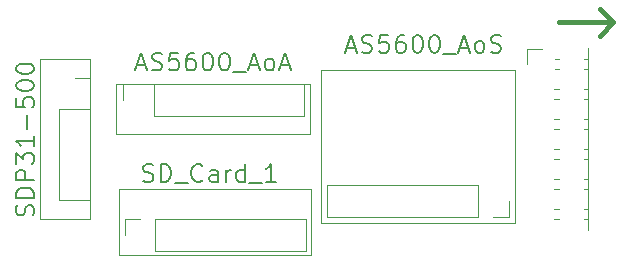
<source format=gbr>
%TF.GenerationSoftware,KiCad,Pcbnew,9.0.5*%
%TF.CreationDate,2025-11-06T16:03:36+09:00*%
%TF.ProjectId,________1,d6ecc3c9-dcfc-4c95-9f31-2e6b69636164,rev?*%
%TF.SameCoordinates,Original*%
%TF.FileFunction,Legend,Top*%
%TF.FilePolarity,Positive*%
%FSLAX46Y46*%
G04 Gerber Fmt 4.6, Leading zero omitted, Abs format (unit mm)*
G04 Created by KiCad (PCBNEW 9.0.5) date 2025-11-06 16:03:36*
%MOMM*%
%LPD*%
G01*
G04 APERTURE LIST*
%ADD10C,0.400000*%
%ADD11C,0.200000*%
%ADD12C,0.100000*%
%ADD13C,0.120000*%
G04 APERTURE END LIST*
D10*
X175666728Y-86234200D02*
X180238157Y-86234200D01*
X179095299Y-87377057D02*
X180238157Y-86234200D01*
X180238157Y-86234200D02*
X179095299Y-85091342D01*
D11*
X157692292Y-88377457D02*
X158406578Y-88377457D01*
X157549435Y-88806028D02*
X158049435Y-87306028D01*
X158049435Y-87306028D02*
X158549435Y-88806028D01*
X158978006Y-88734600D02*
X159192292Y-88806028D01*
X159192292Y-88806028D02*
X159549434Y-88806028D01*
X159549434Y-88806028D02*
X159692292Y-88734600D01*
X159692292Y-88734600D02*
X159763720Y-88663171D01*
X159763720Y-88663171D02*
X159835149Y-88520314D01*
X159835149Y-88520314D02*
X159835149Y-88377457D01*
X159835149Y-88377457D02*
X159763720Y-88234600D01*
X159763720Y-88234600D02*
X159692292Y-88163171D01*
X159692292Y-88163171D02*
X159549434Y-88091742D01*
X159549434Y-88091742D02*
X159263720Y-88020314D01*
X159263720Y-88020314D02*
X159120863Y-87948885D01*
X159120863Y-87948885D02*
X159049434Y-87877457D01*
X159049434Y-87877457D02*
X158978006Y-87734600D01*
X158978006Y-87734600D02*
X158978006Y-87591742D01*
X158978006Y-87591742D02*
X159049434Y-87448885D01*
X159049434Y-87448885D02*
X159120863Y-87377457D01*
X159120863Y-87377457D02*
X159263720Y-87306028D01*
X159263720Y-87306028D02*
X159620863Y-87306028D01*
X159620863Y-87306028D02*
X159835149Y-87377457D01*
X161192291Y-87306028D02*
X160478005Y-87306028D01*
X160478005Y-87306028D02*
X160406577Y-88020314D01*
X160406577Y-88020314D02*
X160478005Y-87948885D01*
X160478005Y-87948885D02*
X160620863Y-87877457D01*
X160620863Y-87877457D02*
X160978005Y-87877457D01*
X160978005Y-87877457D02*
X161120863Y-87948885D01*
X161120863Y-87948885D02*
X161192291Y-88020314D01*
X161192291Y-88020314D02*
X161263720Y-88163171D01*
X161263720Y-88163171D02*
X161263720Y-88520314D01*
X161263720Y-88520314D02*
X161192291Y-88663171D01*
X161192291Y-88663171D02*
X161120863Y-88734600D01*
X161120863Y-88734600D02*
X160978005Y-88806028D01*
X160978005Y-88806028D02*
X160620863Y-88806028D01*
X160620863Y-88806028D02*
X160478005Y-88734600D01*
X160478005Y-88734600D02*
X160406577Y-88663171D01*
X162549434Y-87306028D02*
X162263719Y-87306028D01*
X162263719Y-87306028D02*
X162120862Y-87377457D01*
X162120862Y-87377457D02*
X162049434Y-87448885D01*
X162049434Y-87448885D02*
X161906576Y-87663171D01*
X161906576Y-87663171D02*
X161835148Y-87948885D01*
X161835148Y-87948885D02*
X161835148Y-88520314D01*
X161835148Y-88520314D02*
X161906576Y-88663171D01*
X161906576Y-88663171D02*
X161978005Y-88734600D01*
X161978005Y-88734600D02*
X162120862Y-88806028D01*
X162120862Y-88806028D02*
X162406576Y-88806028D01*
X162406576Y-88806028D02*
X162549434Y-88734600D01*
X162549434Y-88734600D02*
X162620862Y-88663171D01*
X162620862Y-88663171D02*
X162692291Y-88520314D01*
X162692291Y-88520314D02*
X162692291Y-88163171D01*
X162692291Y-88163171D02*
X162620862Y-88020314D01*
X162620862Y-88020314D02*
X162549434Y-87948885D01*
X162549434Y-87948885D02*
X162406576Y-87877457D01*
X162406576Y-87877457D02*
X162120862Y-87877457D01*
X162120862Y-87877457D02*
X161978005Y-87948885D01*
X161978005Y-87948885D02*
X161906576Y-88020314D01*
X161906576Y-88020314D02*
X161835148Y-88163171D01*
X163620862Y-87306028D02*
X163763719Y-87306028D01*
X163763719Y-87306028D02*
X163906576Y-87377457D01*
X163906576Y-87377457D02*
X163978005Y-87448885D01*
X163978005Y-87448885D02*
X164049433Y-87591742D01*
X164049433Y-87591742D02*
X164120862Y-87877457D01*
X164120862Y-87877457D02*
X164120862Y-88234600D01*
X164120862Y-88234600D02*
X164049433Y-88520314D01*
X164049433Y-88520314D02*
X163978005Y-88663171D01*
X163978005Y-88663171D02*
X163906576Y-88734600D01*
X163906576Y-88734600D02*
X163763719Y-88806028D01*
X163763719Y-88806028D02*
X163620862Y-88806028D01*
X163620862Y-88806028D02*
X163478005Y-88734600D01*
X163478005Y-88734600D02*
X163406576Y-88663171D01*
X163406576Y-88663171D02*
X163335147Y-88520314D01*
X163335147Y-88520314D02*
X163263719Y-88234600D01*
X163263719Y-88234600D02*
X163263719Y-87877457D01*
X163263719Y-87877457D02*
X163335147Y-87591742D01*
X163335147Y-87591742D02*
X163406576Y-87448885D01*
X163406576Y-87448885D02*
X163478005Y-87377457D01*
X163478005Y-87377457D02*
X163620862Y-87306028D01*
X165049433Y-87306028D02*
X165192290Y-87306028D01*
X165192290Y-87306028D02*
X165335147Y-87377457D01*
X165335147Y-87377457D02*
X165406576Y-87448885D01*
X165406576Y-87448885D02*
X165478004Y-87591742D01*
X165478004Y-87591742D02*
X165549433Y-87877457D01*
X165549433Y-87877457D02*
X165549433Y-88234600D01*
X165549433Y-88234600D02*
X165478004Y-88520314D01*
X165478004Y-88520314D02*
X165406576Y-88663171D01*
X165406576Y-88663171D02*
X165335147Y-88734600D01*
X165335147Y-88734600D02*
X165192290Y-88806028D01*
X165192290Y-88806028D02*
X165049433Y-88806028D01*
X165049433Y-88806028D02*
X164906576Y-88734600D01*
X164906576Y-88734600D02*
X164835147Y-88663171D01*
X164835147Y-88663171D02*
X164763718Y-88520314D01*
X164763718Y-88520314D02*
X164692290Y-88234600D01*
X164692290Y-88234600D02*
X164692290Y-87877457D01*
X164692290Y-87877457D02*
X164763718Y-87591742D01*
X164763718Y-87591742D02*
X164835147Y-87448885D01*
X164835147Y-87448885D02*
X164906576Y-87377457D01*
X164906576Y-87377457D02*
X165049433Y-87306028D01*
X165835147Y-88948885D02*
X166978004Y-88948885D01*
X167263718Y-88377457D02*
X167978004Y-88377457D01*
X167120861Y-88806028D02*
X167620861Y-87306028D01*
X167620861Y-87306028D02*
X168120861Y-88806028D01*
X168835146Y-88806028D02*
X168692289Y-88734600D01*
X168692289Y-88734600D02*
X168620860Y-88663171D01*
X168620860Y-88663171D02*
X168549432Y-88520314D01*
X168549432Y-88520314D02*
X168549432Y-88091742D01*
X168549432Y-88091742D02*
X168620860Y-87948885D01*
X168620860Y-87948885D02*
X168692289Y-87877457D01*
X168692289Y-87877457D02*
X168835146Y-87806028D01*
X168835146Y-87806028D02*
X169049432Y-87806028D01*
X169049432Y-87806028D02*
X169192289Y-87877457D01*
X169192289Y-87877457D02*
X169263718Y-87948885D01*
X169263718Y-87948885D02*
X169335146Y-88091742D01*
X169335146Y-88091742D02*
X169335146Y-88520314D01*
X169335146Y-88520314D02*
X169263718Y-88663171D01*
X169263718Y-88663171D02*
X169192289Y-88734600D01*
X169192289Y-88734600D02*
X169049432Y-88806028D01*
X169049432Y-88806028D02*
X168835146Y-88806028D01*
X169906575Y-88734600D02*
X170120861Y-88806028D01*
X170120861Y-88806028D02*
X170478003Y-88806028D01*
X170478003Y-88806028D02*
X170620861Y-88734600D01*
X170620861Y-88734600D02*
X170692289Y-88663171D01*
X170692289Y-88663171D02*
X170763718Y-88520314D01*
X170763718Y-88520314D02*
X170763718Y-88377457D01*
X170763718Y-88377457D02*
X170692289Y-88234600D01*
X170692289Y-88234600D02*
X170620861Y-88163171D01*
X170620861Y-88163171D02*
X170478003Y-88091742D01*
X170478003Y-88091742D02*
X170192289Y-88020314D01*
X170192289Y-88020314D02*
X170049432Y-87948885D01*
X170049432Y-87948885D02*
X169978003Y-87877457D01*
X169978003Y-87877457D02*
X169906575Y-87734600D01*
X169906575Y-87734600D02*
X169906575Y-87591742D01*
X169906575Y-87591742D02*
X169978003Y-87448885D01*
X169978003Y-87448885D02*
X170049432Y-87377457D01*
X170049432Y-87377457D02*
X170192289Y-87306028D01*
X170192289Y-87306028D02*
X170549432Y-87306028D01*
X170549432Y-87306028D02*
X170763718Y-87377457D01*
X140467292Y-99659600D02*
X140681578Y-99731028D01*
X140681578Y-99731028D02*
X141038720Y-99731028D01*
X141038720Y-99731028D02*
X141181578Y-99659600D01*
X141181578Y-99659600D02*
X141253006Y-99588171D01*
X141253006Y-99588171D02*
X141324435Y-99445314D01*
X141324435Y-99445314D02*
X141324435Y-99302457D01*
X141324435Y-99302457D02*
X141253006Y-99159600D01*
X141253006Y-99159600D02*
X141181578Y-99088171D01*
X141181578Y-99088171D02*
X141038720Y-99016742D01*
X141038720Y-99016742D02*
X140753006Y-98945314D01*
X140753006Y-98945314D02*
X140610149Y-98873885D01*
X140610149Y-98873885D02*
X140538720Y-98802457D01*
X140538720Y-98802457D02*
X140467292Y-98659600D01*
X140467292Y-98659600D02*
X140467292Y-98516742D01*
X140467292Y-98516742D02*
X140538720Y-98373885D01*
X140538720Y-98373885D02*
X140610149Y-98302457D01*
X140610149Y-98302457D02*
X140753006Y-98231028D01*
X140753006Y-98231028D02*
X141110149Y-98231028D01*
X141110149Y-98231028D02*
X141324435Y-98302457D01*
X141967291Y-99731028D02*
X141967291Y-98231028D01*
X141967291Y-98231028D02*
X142324434Y-98231028D01*
X142324434Y-98231028D02*
X142538720Y-98302457D01*
X142538720Y-98302457D02*
X142681577Y-98445314D01*
X142681577Y-98445314D02*
X142753006Y-98588171D01*
X142753006Y-98588171D02*
X142824434Y-98873885D01*
X142824434Y-98873885D02*
X142824434Y-99088171D01*
X142824434Y-99088171D02*
X142753006Y-99373885D01*
X142753006Y-99373885D02*
X142681577Y-99516742D01*
X142681577Y-99516742D02*
X142538720Y-99659600D01*
X142538720Y-99659600D02*
X142324434Y-99731028D01*
X142324434Y-99731028D02*
X141967291Y-99731028D01*
X143110149Y-99873885D02*
X144253006Y-99873885D01*
X145467291Y-99588171D02*
X145395863Y-99659600D01*
X145395863Y-99659600D02*
X145181577Y-99731028D01*
X145181577Y-99731028D02*
X145038720Y-99731028D01*
X145038720Y-99731028D02*
X144824434Y-99659600D01*
X144824434Y-99659600D02*
X144681577Y-99516742D01*
X144681577Y-99516742D02*
X144610148Y-99373885D01*
X144610148Y-99373885D02*
X144538720Y-99088171D01*
X144538720Y-99088171D02*
X144538720Y-98873885D01*
X144538720Y-98873885D02*
X144610148Y-98588171D01*
X144610148Y-98588171D02*
X144681577Y-98445314D01*
X144681577Y-98445314D02*
X144824434Y-98302457D01*
X144824434Y-98302457D02*
X145038720Y-98231028D01*
X145038720Y-98231028D02*
X145181577Y-98231028D01*
X145181577Y-98231028D02*
X145395863Y-98302457D01*
X145395863Y-98302457D02*
X145467291Y-98373885D01*
X146753006Y-99731028D02*
X146753006Y-98945314D01*
X146753006Y-98945314D02*
X146681577Y-98802457D01*
X146681577Y-98802457D02*
X146538720Y-98731028D01*
X146538720Y-98731028D02*
X146253006Y-98731028D01*
X146253006Y-98731028D02*
X146110148Y-98802457D01*
X146753006Y-99659600D02*
X146610148Y-99731028D01*
X146610148Y-99731028D02*
X146253006Y-99731028D01*
X146253006Y-99731028D02*
X146110148Y-99659600D01*
X146110148Y-99659600D02*
X146038720Y-99516742D01*
X146038720Y-99516742D02*
X146038720Y-99373885D01*
X146038720Y-99373885D02*
X146110148Y-99231028D01*
X146110148Y-99231028D02*
X146253006Y-99159600D01*
X146253006Y-99159600D02*
X146610148Y-99159600D01*
X146610148Y-99159600D02*
X146753006Y-99088171D01*
X147467291Y-99731028D02*
X147467291Y-98731028D01*
X147467291Y-99016742D02*
X147538720Y-98873885D01*
X147538720Y-98873885D02*
X147610149Y-98802457D01*
X147610149Y-98802457D02*
X147753006Y-98731028D01*
X147753006Y-98731028D02*
X147895863Y-98731028D01*
X149038720Y-99731028D02*
X149038720Y-98231028D01*
X149038720Y-99659600D02*
X148895862Y-99731028D01*
X148895862Y-99731028D02*
X148610148Y-99731028D01*
X148610148Y-99731028D02*
X148467291Y-99659600D01*
X148467291Y-99659600D02*
X148395862Y-99588171D01*
X148395862Y-99588171D02*
X148324434Y-99445314D01*
X148324434Y-99445314D02*
X148324434Y-99016742D01*
X148324434Y-99016742D02*
X148395862Y-98873885D01*
X148395862Y-98873885D02*
X148467291Y-98802457D01*
X148467291Y-98802457D02*
X148610148Y-98731028D01*
X148610148Y-98731028D02*
X148895862Y-98731028D01*
X148895862Y-98731028D02*
X149038720Y-98802457D01*
X149395863Y-99873885D02*
X150538720Y-99873885D01*
X151681577Y-99731028D02*
X150824434Y-99731028D01*
X151253005Y-99731028D02*
X151253005Y-98231028D01*
X151253005Y-98231028D02*
X151110148Y-98445314D01*
X151110148Y-98445314D02*
X150967291Y-98588171D01*
X150967291Y-98588171D02*
X150824434Y-98659600D01*
X139917292Y-89877457D02*
X140631578Y-89877457D01*
X139774435Y-90306028D02*
X140274435Y-88806028D01*
X140274435Y-88806028D02*
X140774435Y-90306028D01*
X141203006Y-90234600D02*
X141417292Y-90306028D01*
X141417292Y-90306028D02*
X141774434Y-90306028D01*
X141774434Y-90306028D02*
X141917292Y-90234600D01*
X141917292Y-90234600D02*
X141988720Y-90163171D01*
X141988720Y-90163171D02*
X142060149Y-90020314D01*
X142060149Y-90020314D02*
X142060149Y-89877457D01*
X142060149Y-89877457D02*
X141988720Y-89734600D01*
X141988720Y-89734600D02*
X141917292Y-89663171D01*
X141917292Y-89663171D02*
X141774434Y-89591742D01*
X141774434Y-89591742D02*
X141488720Y-89520314D01*
X141488720Y-89520314D02*
X141345863Y-89448885D01*
X141345863Y-89448885D02*
X141274434Y-89377457D01*
X141274434Y-89377457D02*
X141203006Y-89234600D01*
X141203006Y-89234600D02*
X141203006Y-89091742D01*
X141203006Y-89091742D02*
X141274434Y-88948885D01*
X141274434Y-88948885D02*
X141345863Y-88877457D01*
X141345863Y-88877457D02*
X141488720Y-88806028D01*
X141488720Y-88806028D02*
X141845863Y-88806028D01*
X141845863Y-88806028D02*
X142060149Y-88877457D01*
X143417291Y-88806028D02*
X142703005Y-88806028D01*
X142703005Y-88806028D02*
X142631577Y-89520314D01*
X142631577Y-89520314D02*
X142703005Y-89448885D01*
X142703005Y-89448885D02*
X142845863Y-89377457D01*
X142845863Y-89377457D02*
X143203005Y-89377457D01*
X143203005Y-89377457D02*
X143345863Y-89448885D01*
X143345863Y-89448885D02*
X143417291Y-89520314D01*
X143417291Y-89520314D02*
X143488720Y-89663171D01*
X143488720Y-89663171D02*
X143488720Y-90020314D01*
X143488720Y-90020314D02*
X143417291Y-90163171D01*
X143417291Y-90163171D02*
X143345863Y-90234600D01*
X143345863Y-90234600D02*
X143203005Y-90306028D01*
X143203005Y-90306028D02*
X142845863Y-90306028D01*
X142845863Y-90306028D02*
X142703005Y-90234600D01*
X142703005Y-90234600D02*
X142631577Y-90163171D01*
X144774434Y-88806028D02*
X144488719Y-88806028D01*
X144488719Y-88806028D02*
X144345862Y-88877457D01*
X144345862Y-88877457D02*
X144274434Y-88948885D01*
X144274434Y-88948885D02*
X144131576Y-89163171D01*
X144131576Y-89163171D02*
X144060148Y-89448885D01*
X144060148Y-89448885D02*
X144060148Y-90020314D01*
X144060148Y-90020314D02*
X144131576Y-90163171D01*
X144131576Y-90163171D02*
X144203005Y-90234600D01*
X144203005Y-90234600D02*
X144345862Y-90306028D01*
X144345862Y-90306028D02*
X144631576Y-90306028D01*
X144631576Y-90306028D02*
X144774434Y-90234600D01*
X144774434Y-90234600D02*
X144845862Y-90163171D01*
X144845862Y-90163171D02*
X144917291Y-90020314D01*
X144917291Y-90020314D02*
X144917291Y-89663171D01*
X144917291Y-89663171D02*
X144845862Y-89520314D01*
X144845862Y-89520314D02*
X144774434Y-89448885D01*
X144774434Y-89448885D02*
X144631576Y-89377457D01*
X144631576Y-89377457D02*
X144345862Y-89377457D01*
X144345862Y-89377457D02*
X144203005Y-89448885D01*
X144203005Y-89448885D02*
X144131576Y-89520314D01*
X144131576Y-89520314D02*
X144060148Y-89663171D01*
X145845862Y-88806028D02*
X145988719Y-88806028D01*
X145988719Y-88806028D02*
X146131576Y-88877457D01*
X146131576Y-88877457D02*
X146203005Y-88948885D01*
X146203005Y-88948885D02*
X146274433Y-89091742D01*
X146274433Y-89091742D02*
X146345862Y-89377457D01*
X146345862Y-89377457D02*
X146345862Y-89734600D01*
X146345862Y-89734600D02*
X146274433Y-90020314D01*
X146274433Y-90020314D02*
X146203005Y-90163171D01*
X146203005Y-90163171D02*
X146131576Y-90234600D01*
X146131576Y-90234600D02*
X145988719Y-90306028D01*
X145988719Y-90306028D02*
X145845862Y-90306028D01*
X145845862Y-90306028D02*
X145703005Y-90234600D01*
X145703005Y-90234600D02*
X145631576Y-90163171D01*
X145631576Y-90163171D02*
X145560147Y-90020314D01*
X145560147Y-90020314D02*
X145488719Y-89734600D01*
X145488719Y-89734600D02*
X145488719Y-89377457D01*
X145488719Y-89377457D02*
X145560147Y-89091742D01*
X145560147Y-89091742D02*
X145631576Y-88948885D01*
X145631576Y-88948885D02*
X145703005Y-88877457D01*
X145703005Y-88877457D02*
X145845862Y-88806028D01*
X147274433Y-88806028D02*
X147417290Y-88806028D01*
X147417290Y-88806028D02*
X147560147Y-88877457D01*
X147560147Y-88877457D02*
X147631576Y-88948885D01*
X147631576Y-88948885D02*
X147703004Y-89091742D01*
X147703004Y-89091742D02*
X147774433Y-89377457D01*
X147774433Y-89377457D02*
X147774433Y-89734600D01*
X147774433Y-89734600D02*
X147703004Y-90020314D01*
X147703004Y-90020314D02*
X147631576Y-90163171D01*
X147631576Y-90163171D02*
X147560147Y-90234600D01*
X147560147Y-90234600D02*
X147417290Y-90306028D01*
X147417290Y-90306028D02*
X147274433Y-90306028D01*
X147274433Y-90306028D02*
X147131576Y-90234600D01*
X147131576Y-90234600D02*
X147060147Y-90163171D01*
X147060147Y-90163171D02*
X146988718Y-90020314D01*
X146988718Y-90020314D02*
X146917290Y-89734600D01*
X146917290Y-89734600D02*
X146917290Y-89377457D01*
X146917290Y-89377457D02*
X146988718Y-89091742D01*
X146988718Y-89091742D02*
X147060147Y-88948885D01*
X147060147Y-88948885D02*
X147131576Y-88877457D01*
X147131576Y-88877457D02*
X147274433Y-88806028D01*
X148060147Y-90448885D02*
X149203004Y-90448885D01*
X149488718Y-89877457D02*
X150203004Y-89877457D01*
X149345861Y-90306028D02*
X149845861Y-88806028D01*
X149845861Y-88806028D02*
X150345861Y-90306028D01*
X151060146Y-90306028D02*
X150917289Y-90234600D01*
X150917289Y-90234600D02*
X150845860Y-90163171D01*
X150845860Y-90163171D02*
X150774432Y-90020314D01*
X150774432Y-90020314D02*
X150774432Y-89591742D01*
X150774432Y-89591742D02*
X150845860Y-89448885D01*
X150845860Y-89448885D02*
X150917289Y-89377457D01*
X150917289Y-89377457D02*
X151060146Y-89306028D01*
X151060146Y-89306028D02*
X151274432Y-89306028D01*
X151274432Y-89306028D02*
X151417289Y-89377457D01*
X151417289Y-89377457D02*
X151488718Y-89448885D01*
X151488718Y-89448885D02*
X151560146Y-89591742D01*
X151560146Y-89591742D02*
X151560146Y-90020314D01*
X151560146Y-90020314D02*
X151488718Y-90163171D01*
X151488718Y-90163171D02*
X151417289Y-90234600D01*
X151417289Y-90234600D02*
X151274432Y-90306028D01*
X151274432Y-90306028D02*
X151060146Y-90306028D01*
X152131575Y-89877457D02*
X152845861Y-89877457D01*
X151988718Y-90306028D02*
X152488718Y-88806028D01*
X152488718Y-88806028D02*
X152988718Y-90306028D01*
X131134600Y-102582707D02*
X131206028Y-102368422D01*
X131206028Y-102368422D02*
X131206028Y-102011279D01*
X131206028Y-102011279D02*
X131134600Y-101868422D01*
X131134600Y-101868422D02*
X131063171Y-101796993D01*
X131063171Y-101796993D02*
X130920314Y-101725564D01*
X130920314Y-101725564D02*
X130777457Y-101725564D01*
X130777457Y-101725564D02*
X130634600Y-101796993D01*
X130634600Y-101796993D02*
X130563171Y-101868422D01*
X130563171Y-101868422D02*
X130491742Y-102011279D01*
X130491742Y-102011279D02*
X130420314Y-102296993D01*
X130420314Y-102296993D02*
X130348885Y-102439850D01*
X130348885Y-102439850D02*
X130277457Y-102511279D01*
X130277457Y-102511279D02*
X130134600Y-102582707D01*
X130134600Y-102582707D02*
X129991742Y-102582707D01*
X129991742Y-102582707D02*
X129848885Y-102511279D01*
X129848885Y-102511279D02*
X129777457Y-102439850D01*
X129777457Y-102439850D02*
X129706028Y-102296993D01*
X129706028Y-102296993D02*
X129706028Y-101939850D01*
X129706028Y-101939850D02*
X129777457Y-101725564D01*
X131206028Y-101082708D02*
X129706028Y-101082708D01*
X129706028Y-101082708D02*
X129706028Y-100725565D01*
X129706028Y-100725565D02*
X129777457Y-100511279D01*
X129777457Y-100511279D02*
X129920314Y-100368422D01*
X129920314Y-100368422D02*
X130063171Y-100296993D01*
X130063171Y-100296993D02*
X130348885Y-100225565D01*
X130348885Y-100225565D02*
X130563171Y-100225565D01*
X130563171Y-100225565D02*
X130848885Y-100296993D01*
X130848885Y-100296993D02*
X130991742Y-100368422D01*
X130991742Y-100368422D02*
X131134600Y-100511279D01*
X131134600Y-100511279D02*
X131206028Y-100725565D01*
X131206028Y-100725565D02*
X131206028Y-101082708D01*
X131206028Y-99582708D02*
X129706028Y-99582708D01*
X129706028Y-99582708D02*
X129706028Y-99011279D01*
X129706028Y-99011279D02*
X129777457Y-98868422D01*
X129777457Y-98868422D02*
X129848885Y-98796993D01*
X129848885Y-98796993D02*
X129991742Y-98725565D01*
X129991742Y-98725565D02*
X130206028Y-98725565D01*
X130206028Y-98725565D02*
X130348885Y-98796993D01*
X130348885Y-98796993D02*
X130420314Y-98868422D01*
X130420314Y-98868422D02*
X130491742Y-99011279D01*
X130491742Y-99011279D02*
X130491742Y-99582708D01*
X129706028Y-98225565D02*
X129706028Y-97296993D01*
X129706028Y-97296993D02*
X130277457Y-97796993D01*
X130277457Y-97796993D02*
X130277457Y-97582708D01*
X130277457Y-97582708D02*
X130348885Y-97439851D01*
X130348885Y-97439851D02*
X130420314Y-97368422D01*
X130420314Y-97368422D02*
X130563171Y-97296993D01*
X130563171Y-97296993D02*
X130920314Y-97296993D01*
X130920314Y-97296993D02*
X131063171Y-97368422D01*
X131063171Y-97368422D02*
X131134600Y-97439851D01*
X131134600Y-97439851D02*
X131206028Y-97582708D01*
X131206028Y-97582708D02*
X131206028Y-98011279D01*
X131206028Y-98011279D02*
X131134600Y-98154136D01*
X131134600Y-98154136D02*
X131063171Y-98225565D01*
X131206028Y-95868422D02*
X131206028Y-96725565D01*
X131206028Y-96296994D02*
X129706028Y-96296994D01*
X129706028Y-96296994D02*
X129920314Y-96439851D01*
X129920314Y-96439851D02*
X130063171Y-96582708D01*
X130063171Y-96582708D02*
X130134600Y-96725565D01*
X130634600Y-95225566D02*
X130634600Y-94082709D01*
X129706028Y-92654137D02*
X129706028Y-93368423D01*
X129706028Y-93368423D02*
X130420314Y-93439851D01*
X130420314Y-93439851D02*
X130348885Y-93368423D01*
X130348885Y-93368423D02*
X130277457Y-93225566D01*
X130277457Y-93225566D02*
X130277457Y-92868423D01*
X130277457Y-92868423D02*
X130348885Y-92725566D01*
X130348885Y-92725566D02*
X130420314Y-92654137D01*
X130420314Y-92654137D02*
X130563171Y-92582708D01*
X130563171Y-92582708D02*
X130920314Y-92582708D01*
X130920314Y-92582708D02*
X131063171Y-92654137D01*
X131063171Y-92654137D02*
X131134600Y-92725566D01*
X131134600Y-92725566D02*
X131206028Y-92868423D01*
X131206028Y-92868423D02*
X131206028Y-93225566D01*
X131206028Y-93225566D02*
X131134600Y-93368423D01*
X131134600Y-93368423D02*
X131063171Y-93439851D01*
X129706028Y-91654137D02*
X129706028Y-91511280D01*
X129706028Y-91511280D02*
X129777457Y-91368423D01*
X129777457Y-91368423D02*
X129848885Y-91296995D01*
X129848885Y-91296995D02*
X129991742Y-91225566D01*
X129991742Y-91225566D02*
X130277457Y-91154137D01*
X130277457Y-91154137D02*
X130634600Y-91154137D01*
X130634600Y-91154137D02*
X130920314Y-91225566D01*
X130920314Y-91225566D02*
X131063171Y-91296995D01*
X131063171Y-91296995D02*
X131134600Y-91368423D01*
X131134600Y-91368423D02*
X131206028Y-91511280D01*
X131206028Y-91511280D02*
X131206028Y-91654137D01*
X131206028Y-91654137D02*
X131134600Y-91796995D01*
X131134600Y-91796995D02*
X131063171Y-91868423D01*
X131063171Y-91868423D02*
X130920314Y-91939852D01*
X130920314Y-91939852D02*
X130634600Y-92011280D01*
X130634600Y-92011280D02*
X130277457Y-92011280D01*
X130277457Y-92011280D02*
X129991742Y-91939852D01*
X129991742Y-91939852D02*
X129848885Y-91868423D01*
X129848885Y-91868423D02*
X129777457Y-91796995D01*
X129777457Y-91796995D02*
X129706028Y-91654137D01*
X129706028Y-90225566D02*
X129706028Y-90082709D01*
X129706028Y-90082709D02*
X129777457Y-89939852D01*
X129777457Y-89939852D02*
X129848885Y-89868424D01*
X129848885Y-89868424D02*
X129991742Y-89796995D01*
X129991742Y-89796995D02*
X130277457Y-89725566D01*
X130277457Y-89725566D02*
X130634600Y-89725566D01*
X130634600Y-89725566D02*
X130920314Y-89796995D01*
X130920314Y-89796995D02*
X131063171Y-89868424D01*
X131063171Y-89868424D02*
X131134600Y-89939852D01*
X131134600Y-89939852D02*
X131206028Y-90082709D01*
X131206028Y-90082709D02*
X131206028Y-90225566D01*
X131206028Y-90225566D02*
X131134600Y-90368424D01*
X131134600Y-90368424D02*
X131063171Y-90439852D01*
X131063171Y-90439852D02*
X130920314Y-90511281D01*
X130920314Y-90511281D02*
X130634600Y-90582709D01*
X130634600Y-90582709D02*
X130277457Y-90582709D01*
X130277457Y-90582709D02*
X129991742Y-90511281D01*
X129991742Y-90511281D02*
X129848885Y-90439852D01*
X129848885Y-90439852D02*
X129777457Y-90368424D01*
X129777457Y-90368424D02*
X129706028Y-90225566D01*
D12*
X138175000Y-91490000D02*
X154575000Y-91490000D01*
X154575000Y-95710000D01*
X138175000Y-95710000D01*
X138175000Y-91490000D01*
X138435000Y-100305000D02*
X154695000Y-100305000D01*
X154695000Y-105945000D01*
X138435000Y-105945000D01*
X138435000Y-100305000D01*
X171945000Y-103180000D02*
X155545000Y-103180000D01*
X155545000Y-90240000D01*
X171945000Y-90240000D01*
X171945000Y-103180000D01*
X131760000Y-89355000D02*
X135980000Y-89355000D01*
X135980000Y-102885000D01*
X131760000Y-102885000D01*
X131760000Y-89355000D01*
D13*
%TO.C,J2*%
X138735000Y-91490000D02*
X140065000Y-91490000D01*
X138735000Y-92820000D02*
X138735000Y-91490000D01*
X141335000Y-91490000D02*
X154095000Y-91490000D01*
X141335000Y-94150000D02*
X141335000Y-91490000D01*
X141335000Y-94150000D02*
X154095000Y-94150000D01*
X154095000Y-94150000D02*
X154095000Y-91490000D01*
%TO.C,J1*%
X135980000Y-93580000D02*
X135980000Y-101260000D01*
X135980000Y-90980000D02*
X135980000Y-92310000D01*
X134650000Y-90980000D02*
X135980000Y-90980000D01*
X133320000Y-101260000D02*
X135980000Y-101260000D01*
X133320000Y-93580000D02*
X135980000Y-93580000D01*
X133320000Y-93580000D02*
X133320000Y-101260000D01*
%TO.C,J3*%
X154260000Y-105560000D02*
X154260000Y-102900000D01*
X141500000Y-105560000D02*
X154260000Y-105560000D01*
X141500000Y-105560000D02*
X141500000Y-102900000D01*
X141500000Y-102900000D02*
X154260000Y-102900000D01*
X138900000Y-104230000D02*
X138900000Y-102900000D01*
X138900000Y-102900000D02*
X140230000Y-102900000D01*
%TO.C,J5*%
X172920000Y-88500000D02*
X174190000Y-88500000D01*
X172920000Y-89770000D02*
X172920000Y-88500000D01*
X175267358Y-91880000D02*
X175652642Y-91880000D01*
X175267358Y-92740000D02*
X175652642Y-92740000D01*
X175267358Y-94420000D02*
X175652642Y-94420000D01*
X175267358Y-95280000D02*
X175652642Y-95280000D01*
X175267358Y-96960000D02*
X175652642Y-96960000D01*
X175267358Y-97820000D02*
X175652642Y-97820000D01*
X175267358Y-99500000D02*
X175652642Y-99500000D01*
X175267358Y-100360000D02*
X175652642Y-100360000D01*
X175267358Y-102040000D02*
X175652642Y-102040000D01*
X175267358Y-102900000D02*
X175652642Y-102900000D01*
X175350000Y-89340000D02*
X175652642Y-89340000D01*
X175350000Y-90200000D02*
X175652642Y-90200000D01*
X177807358Y-89340000D02*
X178120000Y-89340000D01*
X177807358Y-90200000D02*
X178120000Y-90200000D01*
X177807358Y-91880000D02*
X178120000Y-91880000D01*
X177807358Y-92740000D02*
X178120000Y-92740000D01*
X177807358Y-94420000D02*
X178120000Y-94420000D01*
X177807358Y-95280000D02*
X178120000Y-95280000D01*
X177807358Y-96960000D02*
X178120000Y-96960000D01*
X177807358Y-97820000D02*
X178120000Y-97820000D01*
X177807358Y-99500000D02*
X178120000Y-99500000D01*
X177807358Y-100360000D02*
X178120000Y-100360000D01*
X177807358Y-102040000D02*
X178120000Y-102040000D01*
X177807358Y-102900000D02*
X178120000Y-102900000D01*
X178120000Y-88390000D02*
X178120000Y-103850000D01*
%TO.C,J4*%
X171405000Y-102680000D02*
X170075000Y-102680000D01*
X171405000Y-101350000D02*
X171405000Y-102680000D01*
X168805000Y-102680000D02*
X156045000Y-102680000D01*
X168805000Y-100020000D02*
X168805000Y-102680000D01*
X168805000Y-100020000D02*
X156045000Y-100020000D01*
X156045000Y-100020000D02*
X156045000Y-102680000D01*
%TD*%
M02*

</source>
